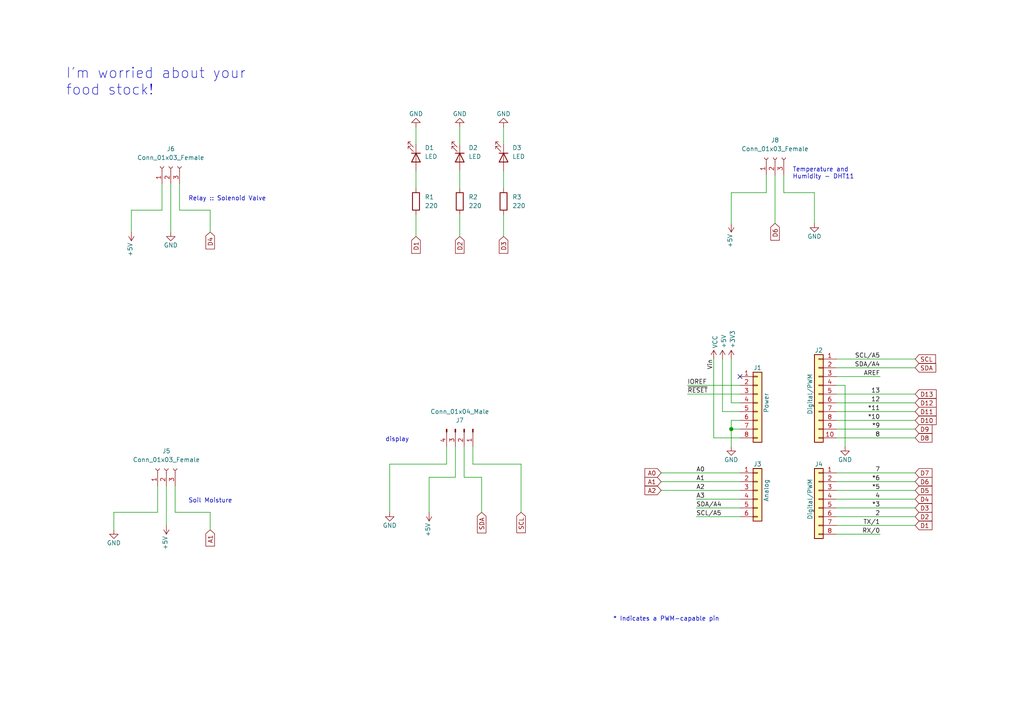
<source format=kicad_sch>
(kicad_sch (version 20211123) (generator eeschema)
  (paper "A4")
  (title_block (date "mar. 31 mars 2015"))
  (lib_symbols
    (symbol "Connector:Conn_01x03_Female" (pin_names (offset 1.016) hide)
      (property "Reference" "J" (at 0 5.08 0))
      (property "Value" "Conn_01x03_Female" (at 0 -5.08 0))
      (symbol "Conn_01x03_Female_1_1"
        (arc (start 0 -2.032) (mid -0.508 -2.54) (end 0 -3.048) (stroke (width 0.1524)))
        (polyline (pts (xy -1.27 -2.54) (xy -0.508 -2.54)) (stroke (width 0.1524)))
        (polyline (pts (xy -1.27 0) (xy -0.508 0)) (stroke (width 0.1524)))
        (polyline (pts (xy -1.27 2.54) (xy -0.508 2.54)) (stroke (width 0.1524)))
        (arc (start 0 0.508) (mid -0.508 0) (end 0 -0.508) (stroke (width 0.1524)))
        (arc (start 0 3.048) (mid -0.508 2.54) (end 0 2.032) (stroke (width 0.1524)))
        (pin passive line (at -5.08 2.54 0) (length 3.81) (name "Pin_1") (number "1"))
        (pin passive line (at -5.08 0 0) (length 3.81) (name "Pin_2") (number "2"))
        (pin passive line (at -5.08 -2.54 0) (length 3.81) (name "Pin_3") (number "3"))
      )
    )
    (symbol "Connector:Conn_01x04_Male" (pin_names (offset 1.016) hide)
      (property "Reference" "J" (at 0 5.08 0))
      (property "Value" "Conn_01x04_Male" (at 0 -7.62 0))
      (symbol "Conn_01x04_Male_1_1"
        (polyline (pts (xy 1.27 -5.08) (xy 0.8636 -5.08)) (stroke (width 0.1524)))
        (polyline (pts (xy 1.27 -2.54) (xy 0.8636 -2.54)) (stroke (width 0.1524)))
        (polyline (pts (xy 1.27 0) (xy 0.8636 0)) (stroke (width 0.1524)))
        (polyline (pts (xy 1.27 2.54) (xy 0.8636 2.54)) (stroke (width 0.1524)))
        (rectangle (start 0.8636 -4.953) (end 0 -5.207) (stroke (width 0.1524)) (fill (type outline)))
        (rectangle (start 0.8636 -2.413) (end 0 -2.667) (stroke (width 0.1524)) (fill (type outline)))
        (rectangle (start 0.8636 0.127) (end 0 -0.127) (stroke (width 0.1524)) (fill (type outline)))
        (rectangle (start 0.8636 2.667) (end 0 2.413) (stroke (width 0.1524)) (fill (type outline)))
        (pin passive line (at 5.08 2.54 180) (length 3.81) (name "Pin_1") (number "1"))
        (pin passive line (at 5.08 0 180) (length 3.81) (name "Pin_2") (number "2"))
        (pin passive line (at 5.08 -2.54 180) (length 3.81) (name "Pin_3") (number "3"))
        (pin passive line (at 5.08 -5.08 180) (length 3.81) (name "Pin_4") (number "4"))
      )
    )
    (symbol "Connector_Generic:Conn_01x06" (pin_names (offset 1.016) hide)
      (property "Reference" "J" (at 0 7.62 0))
      (property "Value" "Conn_01x06" (at 0 -10.16 0))
      (symbol "Conn_01x06_1_1"
        (rectangle (start -1.27 -7.493) (end 0 -7.747) (stroke (width 0.1524)))
        (rectangle (start -1.27 -4.953) (end 0 -5.207) (stroke (width 0.1524)))
        (rectangle (start -1.27 -2.413) (end 0 -2.667) (stroke (width 0.1524)))
        (rectangle (start -1.27 0.127) (end 0 -0.127) (stroke (width 0.1524)))
        (rectangle (start -1.27 2.667) (end 0 2.413) (stroke (width 0.1524)))
        (rectangle (start -1.27 5.207) (end 0 4.953) (stroke (width 0.1524)))
        (rectangle (start -1.27 6.35) (end 1.27 -8.89) (stroke (width 0.254)) (fill (type background)))
        (pin passive line (at -5.08 5.08 0) (length 3.81) (name "Pin_1") (number "1"))
        (pin passive line (at -5.08 2.54 0) (length 3.81) (name "Pin_2") (number "2"))
        (pin passive line (at -5.08 0 0) (length 3.81) (name "Pin_3") (number "3"))
        (pin passive line (at -5.08 -2.54 0) (length 3.81) (name "Pin_4") (number "4"))
        (pin passive line (at -5.08 -5.08 0) (length 3.81) (name "Pin_5") (number "5"))
        (pin passive line (at -5.08 -7.62 0) (length 3.81) (name "Pin_6") (number "6"))
      )
    )
    (symbol "Connector_Generic:Conn_01x08" (pin_names (offset 1.016) hide)
      (property "Reference" "J" (at 0 10.16 0))
      (property "Value" "Conn_01x08" (at 0 -12.7 0))
      (symbol "Conn_01x08_1_1"
        (rectangle (start -1.27 -10.033) (end 0 -10.287) (stroke (width 0.1524)))
        (rectangle (start -1.27 -7.493) (end 0 -7.747) (stroke (width 0.1524)))
        (rectangle (start -1.27 -4.953) (end 0 -5.207) (stroke (width 0.1524)))
        (rectangle (start -1.27 -2.413) (end 0 -2.667) (stroke (width 0.1524)))
        (rectangle (start -1.27 0.127) (end 0 -0.127) (stroke (width 0.1524)))
        (rectangle (start -1.27 2.667) (end 0 2.413) (stroke (width 0.1524)))
        (rectangle (start -1.27 5.207) (end 0 4.953) (stroke (width 0.1524)))
        (rectangle (start -1.27 7.747) (end 0 7.493) (stroke (width 0.1524)))
        (rectangle (start -1.27 8.89) (end 1.27 -11.43) (stroke (width 0.254)) (fill (type background)))
        (pin passive line (at -5.08 7.62 0) (length 3.81) (name "Pin_1") (number "1"))
        (pin passive line (at -5.08 5.08 0) (length 3.81) (name "Pin_2") (number "2"))
        (pin passive line (at -5.08 2.54 0) (length 3.81) (name "Pin_3") (number "3"))
        (pin passive line (at -5.08 0 0) (length 3.81) (name "Pin_4") (number "4"))
        (pin passive line (at -5.08 -2.54 0) (length 3.81) (name "Pin_5") (number "5"))
        (pin passive line (at -5.08 -5.08 0) (length 3.81) (name "Pin_6") (number "6"))
        (pin passive line (at -5.08 -7.62 0) (length 3.81) (name "Pin_7") (number "7"))
        (pin passive line (at -5.08 -10.16 0) (length 3.81) (name "Pin_8") (number "8"))
      )
    )
    (symbol "Connector_Generic:Conn_01x10" (pin_names (offset 1.016) hide)
      (property "Reference" "J" (at 0 12.7 0))
      (property "Value" "Conn_01x10" (at 0 -15.24 0))
      (symbol "Conn_01x10_1_1"
        (rectangle (start -1.27 -12.573) (end 0 -12.827) (stroke (width 0.1524)))
        (rectangle (start -1.27 -10.033) (end 0 -10.287) (stroke (width 0.1524)))
        (rectangle (start -1.27 -7.493) (end 0 -7.747) (stroke (width 0.1524)))
        (rectangle (start -1.27 -4.953) (end 0 -5.207) (stroke (width 0.1524)))
        (rectangle (start -1.27 -2.413) (end 0 -2.667) (stroke (width 0.1524)))
        (rectangle (start -1.27 0.127) (end 0 -0.127) (stroke (width 0.1524)))
        (rectangle (start -1.27 2.667) (end 0 2.413) (stroke (width 0.1524)))
        (rectangle (start -1.27 5.207) (end 0 4.953) (stroke (width 0.1524)))
        (rectangle (start -1.27 7.747) (end 0 7.493) (stroke (width 0.1524)))
        (rectangle (start -1.27 10.287) (end 0 10.033) (stroke (width 0.1524)))
        (rectangle (start -1.27 11.43) (end 1.27 -13.97) (stroke (width 0.254)) (fill (type background)))
        (pin passive line (at -5.08 10.16 0) (length 3.81) (name "Pin_1") (number "1"))
        (pin passive line (at -5.08 -12.7 0) (length 3.81) (name "Pin_10") (number "10"))
        (pin passive line (at -5.08 7.62 0) (length 3.81) (name "Pin_2") (number "2"))
        (pin passive line (at -5.08 5.08 0) (length 3.81) (name "Pin_3") (number "3"))
        (pin passive line (at -5.08 2.54 0) (length 3.81) (name "Pin_4") (number "4"))
        (pin passive line (at -5.08 0 0) (length 3.81) (name "Pin_5") (number "5"))
        (pin passive line (at -5.08 -2.54 0) (length 3.81) (name "Pin_6") (number "6"))
        (pin passive line (at -5.08 -5.08 0) (length 3.81) (name "Pin_7") (number "7"))
        (pin passive line (at -5.08 -7.62 0) (length 3.81) (name "Pin_8") (number "8"))
        (pin passive line (at -5.08 -10.16 0) (length 3.81) (name "Pin_9") (number "9"))
      )
    )
    (symbol "Device:LED" (pin_numbers hide) (pin_names (offset 1.016) hide)
      (property "Reference" "D" (at 0 2.54 0))
      (property "Value" "LED" (at 0 -2.54 0))
      (symbol "LED_0_1"
        (polyline (pts (xy -1.27 -1.27) (xy -1.27 1.27)) (stroke (width 0.254)))
        (polyline (pts (xy -1.27 0) (xy 1.27 0)))
        (polyline (pts (xy 1.27 -1.27) (xy 1.27 1.27) (xy -1.27 0) (xy 1.27 -1.27)) (stroke (width 0.254)))
        (polyline (pts (xy -3.048 -0.762) (xy -4.572 -2.286) (xy -3.81 -2.286) (xy -4.572 -2.286) (xy -4.572 -1.524)))
        (polyline (pts (xy -1.778 -0.762) (xy -3.302 -2.286) (xy -2.54 -2.286) (xy -3.302 -2.286) (xy -3.302 -1.524)))
      )
      (symbol "LED_1_1"
        (pin passive line (at -3.81 0 0) (length 2.54) (name "K") (number "1"))
        (pin passive line (at 3.81 0 180) (length 2.54) (name "A") (number "2"))
      )
    )
    (symbol "Device:R" (pin_numbers hide) (pin_names (offset 0))
      (property "Reference" "R" (at 2.032 0 90))
      (property "Value" "R" (at 0 0 90))
      (symbol "R_0_1"
        (rectangle (start -1.016 -2.54) (end 1.016 2.54) (stroke (width 0.254)))
      )
      (symbol "R_1_1"
        (pin passive line (at 0 3.81 270) (length 1.27) (name "~") (number "1"))
        (pin passive line (at 0 -3.81 90) (length 1.27) (name "~") (number "2"))
      )
    )
    (symbol "power:+3V3" (power) (pin_names (offset 0))
      (property "Value" "+3V3" (at 0 3.556 0))
      (symbol "+3V3_0_1"
        (polyline (pts (xy -0.762 1.27) (xy 0 2.54)))
        (polyline (pts (xy 0 0) (xy 0 2.54)))
        (polyline (pts (xy 0 2.54) (xy 0.762 1.27)))
      )
      (symbol "+3V3_1_1"
        (pin power_in line (at 0 0 90) (length 0) hide (name "+3V3") (number "1"))
      )
    )
    (symbol "power:+5V" (power) (pin_names (offset 0))
      (property "Value" "+5V" (at 0 3.556 0))
      (symbol "+5V_0_1"
        (polyline (pts (xy -0.762 1.27) (xy 0 2.54)))
        (polyline (pts (xy 0 0) (xy 0 2.54)))
        (polyline (pts (xy 0 2.54) (xy 0.762 1.27)))
      )
      (symbol "+5V_1_1"
        (pin power_in line (at 0 0 90) (length 0) hide (name "+5V") (number "1"))
      )
    )
    (symbol "power:GND" (power) (pin_names (offset 0))
      (property "Value" "GND" (at 0 -3.81 0))
      (symbol "GND_0_1"
        (polyline (pts (xy 0 0) (xy 0 -1.27) (xy 1.27 -1.27) (xy 0 -2.54) (xy -1.27 -1.27) (xy 0 -1.27)))
      )
      (symbol "GND_1_1"
        (pin power_in line (at 0 0 270) (length 0) hide (name "GND") (number "1"))
      )
    )
    (symbol "power:VCC" (power) (pin_names (offset 0))
      (property "Value" "VCC" (at 0 3.81 0))
      (symbol "VCC_0_1"
        (polyline (pts (xy -0.762 1.27) (xy 0 2.54)))
        (polyline (pts (xy 0 0) (xy 0 2.54)))
        (polyline (pts (xy 0 2.54) (xy 0.762 1.27)))
      )
      (symbol "VCC_1_1"
        (pin power_in line (at 0 0 90) (length 0) hide (name "VCC") (number "1"))
      )
    )
  )
  (junction (at 212.09 124.46) (diameter 1.016))
  (no_connect (at 214.63 109.22))
  (wire (pts (xy 242.57 154.94) (xy 255.27 154.94)))
  (wire (pts (xy 33.02 148.59) (xy 45.72 148.59)))
  (wire (pts (xy 146.05 62.23) (xy 146.05 68.58)))
  (wire (pts (xy 133.35 36.83) (xy 133.35 41.91)))
  (wire (pts (xy 52.07 60.96) (xy 60.96 60.96)))
  (wire (pts (xy 227.33 55.88) (xy 236.22 55.88)))
  (wire (pts (xy 236.22 55.88) (xy 236.22 64.77)))
  (wire (pts (xy 242.57 104.14) (xy 265.43 104.14)))
  (wire (pts (xy 139.7 138.43) (xy 134.62 138.43)))
  (wire (pts (xy 124.46 148.59) (xy 124.46 138.43)))
  (wire (pts (xy 212.09 121.92) (xy 212.09 124.46)))
  (wire (pts (xy 46.99 60.96) (xy 38.1 60.96)))
  (wire (pts (xy 201.93 149.86) (xy 214.63 149.86)))
  (wire (pts (xy 212.09 55.88) (xy 212.09 64.77)))
  (wire (pts (xy 151.13 148.59) (xy 151.13 134.62)))
  (wire (pts (xy 113.03 134.62) (xy 129.54 134.62)))
  (wire (pts (xy 212.09 124.46) (xy 212.09 129.54)))
  (wire (pts (xy 212.09 116.84) (xy 214.63 116.84)))
  (wire (pts (xy 209.55 119.38) (xy 214.63 119.38)))
  (wire (pts (xy 124.46 138.43) (xy 132.08 138.43)))
  (wire (pts (xy 46.99 53.34) (xy 46.99 60.96)))
  (wire (pts (xy 209.55 104.14) (xy 209.55 119.38)))
  (wire (pts (xy 146.05 49.53) (xy 146.05 54.61)))
  (wire (pts (xy 242.57 114.3) (xy 265.43 114.3)))
  (wire (pts (xy 212.09 104.14) (xy 212.09 116.84)))
  (wire (pts (xy 242.57 137.16) (xy 265.43 137.16)))
  (wire (pts (xy 191.77 137.16) (xy 214.63 137.16)))
  (wire (pts (xy 242.57 116.84) (xy 265.43 116.84)))
  (wire (pts (xy 242.57 106.68) (xy 265.43 106.68)))
  (wire (pts (xy 242.57 139.7) (xy 265.43 139.7)))
  (wire (pts (xy 48.26 140.97) (xy 48.26 152.4)))
  (wire (pts (xy 242.57 119.38) (xy 265.43 119.38)))
  (wire (pts (xy 242.57 127) (xy 265.43 127)))
  (wire (pts (xy 222.25 55.88) (xy 212.09 55.88)))
  (wire (pts (xy 242.57 152.4) (xy 265.43 152.4)))
  (wire (pts (xy 60.96 148.59) (xy 60.96 153.67)))
  (wire (pts (xy 242.57 144.78) (xy 265.43 144.78)))
  (wire (pts (xy 132.08 138.43) (xy 132.08 129.54)))
  (wire (pts (xy 199.39 111.76) (xy 214.63 111.76)))
  (wire (pts (xy 151.13 134.62) (xy 137.16 134.62)))
  (wire (pts (xy 120.65 36.83) (xy 120.65 41.91)))
  (wire (pts (xy 60.96 60.96) (xy 60.96 67.31)))
  (wire (pts (xy 49.53 53.34) (xy 49.53 67.31)))
  (wire (pts (xy 129.54 134.62) (xy 129.54 129.54)))
  (wire (pts (xy 242.57 121.92) (xy 265.43 121.92)))
  (wire (pts (xy 245.11 111.76) (xy 245.11 129.54)))
  (wire (pts (xy 133.35 49.53) (xy 133.35 54.61)))
  (wire (pts (xy 242.57 109.22) (xy 255.27 109.22)))
  (wire (pts (xy 33.02 153.67) (xy 33.02 148.59)))
  (wire (pts (xy 133.35 62.23) (xy 133.35 68.58)))
  (wire (pts (xy 227.33 50.8) (xy 227.33 55.88)))
  (wire (pts (xy 191.77 142.24) (xy 214.63 142.24)))
  (wire (pts (xy 199.39 114.3) (xy 214.63 114.3)))
  (wire (pts (xy 214.63 124.46) (xy 212.09 124.46)))
  (wire (pts (xy 52.07 53.34) (xy 52.07 60.96)))
  (wire (pts (xy 50.8 148.59) (xy 60.96 148.59)))
  (wire (pts (xy 113.03 148.59) (xy 113.03 134.62)))
  (wire (pts (xy 222.25 50.8) (xy 222.25 55.88)))
  (wire (pts (xy 50.8 140.97) (xy 50.8 148.59)))
  (wire (pts (xy 214.63 127) (xy 207.01 127)))
  (wire (pts (xy 191.77 139.7) (xy 214.63 139.7)))
  (wire (pts (xy 137.16 134.62) (xy 137.16 129.54)))
  (wire (pts (xy 139.7 148.59) (xy 139.7 138.43)))
  (wire (pts (xy 242.57 111.76) (xy 245.11 111.76)))
  (wire (pts (xy 214.63 121.92) (xy 212.09 121.92)))
  (wire (pts (xy 38.1 60.96) (xy 38.1 67.31)))
  (wire (pts (xy 45.72 148.59) (xy 45.72 140.97)))
  (wire (pts (xy 146.05 36.83) (xy 146.05 41.91)))
  (wire (pts (xy 242.57 142.24) (xy 265.43 142.24)))
  (wire (pts (xy 201.93 144.78) (xy 214.63 144.78)))
  (wire (pts (xy 134.62 138.43) (xy 134.62 129.54)))
  (wire (pts (xy 120.65 62.23) (xy 120.65 68.58)))
  (wire (pts (xy 224.79 50.8) (xy 224.79 64.77)))
  (wire (pts (xy 242.57 149.86) (xy 265.43 149.86)))
  (wire (pts (xy 242.57 124.46) (xy 265.43 124.46)))
  (wire (pts (xy 242.57 147.32) (xy 265.43 147.32)))
  (wire (pts (xy 120.65 49.53) (xy 120.65 54.61)))
  (wire (pts (xy 207.01 127) (xy 207.01 104.14)))
  (wire (pts (xy 214.63 147.32) (xy 201.93 147.32)))
  (text "display\n" (at 111.76 128.27 0) (effects (font (size 1.27 1.27)) (justify left bottom)))
  (text "Relay :: Solenoid Valve" (at 54.61 58.42 0) (effects (font (size 1.27 1.27)) (justify left bottom)))
  (text "Temperature and\nHumidity - DHT11\n" (at 229.87 52.07 0) (effects (font (size 1.27 1.27)) (justify left bottom)))
  (text "I'm worried about your\nfood stock!" (at 19.05 27.94 0) (effects (font (size 3 3)) (justify left bottom)))
  (text "Soil Moisture" (at 54.61 146.05 0) (effects (font (size 1.27 1.27)) (justify left bottom)))
  (text "* Indicates a PWM-capable pin" (at 177.8 180.34 0) (effects (font (size 1.27 1.27)) (justify left bottom)))
  (label "RX{slash}0" (at 255.27 154.94 180))
  (label "A2" (at 201.93 142.24 0))
  (label "4" (at 255.27 144.78 180))
  (label "2" (at 255.27 149.86 180))
  (label "A3" (at 201.93 144.78 0))
  (label "13" (at 255.27 114.3 180))
  (label "12" (at 255.27 116.84 180))
  (label "~{RESET}" (at 199.39 114.3 0))
  (label "*10" (at 255.27 121.92 180))
  (label "7" (at 255.27 137.16 180))
  (label "SDA{slash}A4" (at 255.27 106.68 180))
  (label "8" (at 255.27 127 180))
  (label "*11" (at 255.27 119.38 180))
  (label "*3" (at 255.27 147.32 180))
  (label "A1" (at 201.93 139.7 0))
  (label "TX{slash}1" (at 255.27 152.4 180))
  (label "A0" (at 201.93 137.16 0))
  (label "AREF" (at 255.27 109.22 180))
  (label "Vin" (at 207.01 104.14 270))
  (label "*6" (at 255.27 139.7 180))
  (label "SCL{slash}A5" (at 255.27 104.14 180))
  (label "*9" (at 255.27 124.46 180))
  (label "*5" (at 255.27 142.24 180))
  (label "IOREF" (at 199.39 111.76 0))
  (label "SDA{slash}A4" (at 201.93 147.32 0))
  (label "SCL{slash}A5" (at 201.93 149.86 0))
  (global_label "D6" (shape input) (at 265.43 139.7 0) (property "Intersheet References" "${INTERSHEET_REFS}" (effects hide)))
  (global_label "A0" (shape input) (at 191.77 137.16 180) (property "Intersheet References" "${INTERSHEET_REFS}" (effects hide)))
  (global_label "SDA" (shape input) (at 265.43 106.68 0) (property "Intersheet References" "${INTERSHEET_REFS}" (effects hide)))
  (global_label "D5" (shape input) (at 265.43 142.24 0) (property "Intersheet References" "${INTERSHEET_REFS}" (effects hide)))
  (global_label "D13" (shape input) (at 265.43 114.3 0) (property "Intersheet References" "${INTERSHEET_REFS}" (effects hide)))
  (global_label "D10" (shape input) (at 265.43 121.92 0) (property "Intersheet References" "${INTERSHEET_REFS}" (effects hide)))
  (global_label "D8" (shape input) (at 265.43 127 0) (property "Intersheet References" "${INTERSHEET_REFS}" (effects hide)))
  (global_label "D2" (shape input) (at 265.43 149.86 0) (property "Intersheet References" "${INTERSHEET_REFS}" (effects hide)))
  (global_label "SDA" (shape input) (at 139.7 148.59 270) (property "Intersheet References" "${INTERSHEET_REFS}" (effects hide)))
  (global_label "D11" (shape input) (at 265.43 119.38 0) (property "Intersheet References" "${INTERSHEET_REFS}" (effects hide)))
  (global_label "D12" (shape input) (at 265.43 116.84 0) (property "Intersheet References" "${INTERSHEET_REFS}" (effects hide)))
  (global_label "A2" (shape input) (at 191.77 142.24 180) (property "Intersheet References" "${INTERSHEET_REFS}" (effects hide)))
  (global_label "D9" (shape input) (at 265.43 124.46 0) (property "Intersheet References" "${INTERSHEET_REFS}" (effects hide)))
  (global_label "D1" (shape input) (at 265.43 152.4 0) (property "Intersheet References" "${INTERSHEET_REFS}" (effects hide)))
  (global_label "D7" (shape input) (at 265.43 137.16 0) (property "Intersheet References" "${INTERSHEET_REFS}" (effects hide)))
  (global_label "D1" (shape input) (at 120.65 68.58 270) (property "Intersheet References" "${INTERSHEET_REFS}" (effects hide)))
  (global_label "D3" (shape input) (at 146.05 68.58 270) (property "Intersheet References" "${INTERSHEET_REFS}" (effects hide)))
  (global_label "D6" (shape input) (at 224.79 64.77 270) (property "Intersheet References" "${INTERSHEET_REFS}" (effects hide)))
  (global_label "D3" (shape input) (at 265.43 147.32 0) (property "Intersheet References" "${INTERSHEET_REFS}" (effects hide)))
  (global_label "SCL" (shape input) (at 265.43 104.14 0) (property "Intersheet References" "${INTERSHEET_REFS}" (effects hide)))
  (global_label "SCL" (shape input) (at 151.13 148.59 270) (property "Intersheet References" "${INTERSHEET_REFS}" (effects hide)))
  (global_label "D2" (shape input) (at 133.35 68.58 270) (property "Intersheet References" "${INTERSHEET_REFS}" (effects hide)))
  (global_label "D4" (shape input) (at 265.43 144.78 0) (property "Intersheet References" "${INTERSHEET_REFS}" (effects hide)))
  (global_label "D4" (shape input) (at 60.96 67.31 270) (property "Intersheet References" "${INTERSHEET_REFS}" (effects hide)))
  (global_label "A1" (shape input) (at 191.77 139.7 180) (property "Intersheet References" "${INTERSHEET_REFS}" (effects hide)))
  (global_label "A1" (shape input) (at 60.96 153.67 270) (property "Intersheet References" "${INTERSHEET_REFS}" (effects hide)))
  (symbol (lib_id "Connector_Generic:Conn_01x08") (at 219.71 116.84 0) (unit 1)
    (property "Reference" "J1" (at 219.71 106.68 0))
    (property "Value" "Power" (at 222.25 116.84 90))
    (property "Footprint" "Connector_PinSocket_2.54mm:PinSocket_1x08_P2.54mm_Vertical" (effects hide))
  )
  (symbol (lib_id "power:+3V3") (at 212.09 104.14 0) (unit 1)
    (property "Reference" "#PWR03" (effects hide))
    (property "Value" "+3.3V" (at 212.471 101.092 90) (effects (justify left)))
  )
  (symbol (lib_id "power:+5V") (at 209.55 104.14 0) (unit 1)
    (property "Reference" "#PWR02" (effects hide))
    (property "Value" "+5V" (at 209.9056 101.092 90) (effects (justify left)))
  )
  (symbol (lib_id "power:GND") (at 212.09 129.54 0) (unit 1)
    (property "Reference" "#PWR04" (effects hide))
    (property "Value" "GND" (at 212.09 133.35 0))
  )
  (symbol (lib_id "Connector_Generic:Conn_01x10") (at 237.49 114.3 0) (mirror y) (unit 1)
    (property "Reference" "J2" (at 237.49 101.6 0))
    (property "Value" "Digital/PWM" (at 234.95 114.3 90))
    (property "Footprint" "Connector_PinSocket_2.54mm:PinSocket_1x10_P2.54mm_Vertical" (effects hide))
  )
  (symbol (lib_id "power:GND") (at 245.11 129.54 0) (unit 1)
    (property "Reference" "#PWR05" (effects hide))
    (property "Value" "GND" (at 245.11 133.35 0))
  )
  (symbol (lib_id "Connector_Generic:Conn_01x06") (at 219.71 142.24 0) (unit 1)
    (property "Reference" "J3" (at 219.71 134.62 0))
    (property "Value" "Analog" (at 222.25 142.24 90))
    (property "Footprint" "Connector_PinSocket_2.54mm:PinSocket_1x06_P2.54mm_Vertical" (effects hide))
  )
  (symbol (lib_id "Connector_Generic:Conn_01x08") (at 237.49 144.78 0) (mirror y) (unit 1)
    (property "Reference" "J4" (at 237.49 134.62 0))
    (property "Value" "Digital/PWM" (at 234.95 144.78 90))
    (property "Footprint" "Connector_PinSocket_2.54mm:PinSocket_1x08_P2.54mm_Vertical" (effects hide))
  )
  (symbol (lib_id "Device:LED") (at 146.05 45.72 270) (unit 1)
    (property "Reference" "D3" (at 148.59 42.8624 90) (effects (justify left)))
    (property "Value" "LED" (at 148.59 45.4024 90) (effects (justify left)))
    (property "Footprint" "LED_THT:LED_D5.0mm_IRGrey" (effects hide))
  )
  (symbol (lib_id "Connector:Conn_01x03_Female") (at 48.26 135.89 90) (unit 1)
    (property "Reference" "J5" (at 48.26 130.81 90))
    (property "Value" "Conn_01x03_Female" (at 48.26 133.35 90))
    (property "Footprint" "Connector_PinHeader_2.54mm:PinHeader_1x03_P2.54mm_Vertical" (effects hide))
  )
  (symbol (lib_id "power:+5V") (at 124.46 148.59 180) (unit 1)
    (property "Reference" "#PWR012" (effects hide))
    (property "Value" "+5V" (at 124.1044 151.638 90) (effects (justify left)))
  )
  (symbol (lib_id "Connector:Conn_01x04_Male") (at 134.62 124.46 270) (unit 1)
    (property "Reference" "J7" (at 133.35 121.92 90))
    (property "Value" "Conn_01x04_Male" (at 133.35 119.38 90))
    (property "Footprint" "Connector_PinHeader_2.54mm:PinHeader_1x04_P2.54mm_Vertical" (effects hide))
  )
  (symbol (lib_id "Device:LED") (at 120.65 45.72 270) (unit 1)
    (property "Reference" "D1" (at 123.19 42.8624 90) (effects (justify left)))
    (property "Value" "LED" (at 123.19 45.4024 90) (effects (justify left)))
    (property "Footprint" "LED_THT:LED_D5.0mm_IRGrey" (effects hide))
  )
  (symbol (lib_id "Connector:Conn_01x03_Female") (at 224.79 45.72 90) (unit 1)
    (property "Reference" "J8" (at 224.79 40.64 90))
    (property "Value" "Conn_01x03_Female" (at 224.79 43.18 90))
    (property "Footprint" "Connector_PinHeader_2.54mm:PinHeader_1x03_P2.54mm_Vertical" (effects hide))
  )
  (symbol (lib_id "Connector:Conn_01x03_Female") (at 49.53 48.26 90) (unit 1)
    (property "Reference" "J6" (at 49.53 43.18 90))
    (property "Value" "Conn_01x03_Female" (at 49.53 45.72 90))
    (property "Footprint" "TerminalBlock:TerminalBlock_Altech_AK300-3_P5.00mm" (effects hide))
  )
  (symbol (lib_id "power:+5V") (at 48.26 152.4 180) (unit 1)
    (property "Reference" "#PWR08" (effects hide))
    (property "Value" "+5V" (at 47.9044 155.448 90) (effects (justify left)))
  )
  (symbol (lib_id "power:GND") (at 120.65 36.83 180) (unit 1)
    (property "Reference" "#PWR011" (effects hide))
    (property "Value" "GND" (at 120.65 33.02 0))
  )
  (symbol (lib_id "Device:R") (at 133.35 58.42 0) (unit 1)
    (property "Reference" "R2" (at 135.89 57.1499 0) (effects (justify left)))
    (property "Value" "220" (at 135.89 59.6899 0) (effects (justify left)))
    (property "Footprint" "Resistor_THT:R_Axial_DIN0207_L6.3mm_D2.5mm_P10.16mm_Horizontal" (effects hide))
  )
  (symbol (lib_id "Device:R") (at 146.05 58.42 0) (unit 1)
    (property "Reference" "R3" (at 148.59 57.1499 0) (effects (justify left)))
    (property "Value" "220" (at 148.59 59.6899 0) (effects (justify left)))
    (property "Footprint" "Resistor_THT:R_Axial_DIN0207_L6.3mm_D2.5mm_P10.16mm_Horizontal" (effects hide))
  )
  (symbol (lib_id "power:VCC") (at 207.01 104.14 0) (unit 1)
    (property "Reference" "#PWR01" (effects hide))
    (property "Value" "VCC" (at 207.391 101.092 90) (effects (justify left)))
  )
  (symbol (lib_id "power:GND") (at 146.05 36.83 180) (unit 1)
    (property "Reference" "#PWR014" (effects hide))
    (property "Value" "GND" (at 146.05 33.02 0))
  )
  (symbol (lib_id "Device:LED") (at 133.35 45.72 270) (unit 1)
    (property "Reference" "D2" (at 135.89 42.8624 90) (effects (justify left)))
    (property "Value" "LED" (at 135.89 45.4024 90) (effects (justify left)))
    (property "Footprint" "LED_THT:LED_D5.0mm_IRGrey" (effects hide))
  )
  (symbol (lib_id "power:GND") (at 236.22 64.77 0) (unit 1)
    (property "Reference" "#PWR016" (effects hide))
    (property "Value" "GND" (at 236.22 68.58 0))
  )
  (symbol (lib_id "power:GND") (at 133.35 36.83 180) (unit 1)
    (property "Reference" "#PWR013" (effects hide))
    (property "Value" "GND" (at 133.35 33.02 0))
  )
  (symbol (lib_id "power:GND") (at 113.03 148.59 0) (unit 1)
    (property "Reference" "#PWR010" (effects hide))
    (property "Value" "GND" (at 113.03 152.4 0))
  )
  (symbol (lib_id "power:+5V") (at 212.09 64.77 180) (unit 1)
    (property "Reference" "#PWR015" (effects hide))
    (property "Value" "+5V" (at 211.7344 67.818 90) (effects (justify left)))
  )
  (symbol (lib_id "power:GND") (at 49.53 67.31 0) (unit 1)
    (property "Reference" "#PWR09" (effects hide))
    (property "Value" "GND" (at 49.53 71.12 0))
  )
  (symbol (lib_id "Device:R") (at 120.65 58.42 0) (unit 1)
    (property "Reference" "R1" (at 123.19 57.1499 0) (effects (justify left)))
    (property "Value" "220" (at 123.19 59.6899 0) (effects (justify left)))
    (property "Footprint" "Resistor_THT:R_Axial_DIN0207_L6.3mm_D2.5mm_P10.16mm_Horizontal" (effects hide))
  )
  (symbol (lib_id "power:+5V") (at 38.1 67.31 180) (unit 1)
    (property "Reference" "#PWR07" (effects hide))
    (property "Value" "+5V" (at 37.7444 70.358 90) (effects (justify left)))
  )
  (symbol (lib_id "power:GND") (at 33.02 153.67 0) (unit 1)
    (property "Reference" "#PWR06" (effects hide))
    (property "Value" "GND" (at 33.02 157.48 0))
  )
)
</source>
